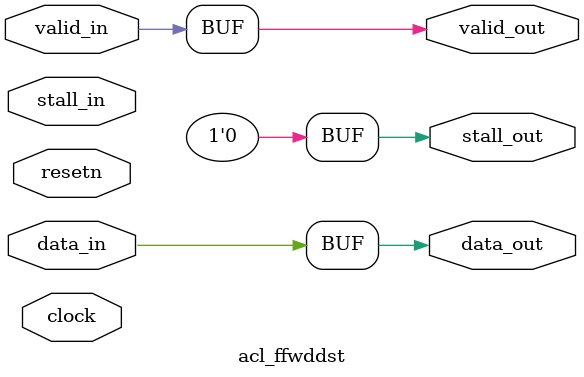
<source format=sv>


`default_nettype none

module acl_ffwddst #(
    parameter WIDTH             = 1,            // width of the source_in/source_out busses, minimum 1
    parameter STALL_FREE        = 1,            // When set to 1, stall_in is ignored and this block is implemented as wires from input to output
    parameter MAX_LATENCY       = 0,            // maximum latency allowed through this block, >=0, values >1 have no impact at the moment on actual latency
    parameter MIN_CAPACITY      = 0,            // Must be 0 when STALL_FREE=1, must be 1 when STALL_FREE=0
    parameter DATA_IN_EARLINESS = 0,            // 0 or 1.  When set to 1, indicates that the data_in port is guaranteed to have correct data 1 clock cycle before valid_in arrives (note data_in must hold that data until the valid has been accepted)
    parameter ASYNC_RESET       = 1,            // 1:resetn is used as an asynchonous reset, , 0:resetn is used as a synchronous reset
    parameter SYNCHRONIZE_RESET = 0             // 1 - add a local synchronizer to the incoming reset signal
) (
    input  wire                 clock  ,        // all inputs and outputs are synchronous with this clock
    input  wire                 resetn  ,       // all inputs and outputs are synchronous with this clock
    input  wire  [WIDTH-1:0]    data_in ,        // input data from the acl_ffwdsrc
    input  wire                 valid_in,        // valid signal from an upstream block (NOT the acl_ffwdsrc, which does not have a stall/valid interface)
    output logic                stall_out,        // upstream stall signal, a copy of the stall_in input
    output logic [WIDTH-1:0]    data_out ,        // data out of this block, qualified by valid_out/stall_in
    output logic                valid_out,        // output valid, comes from the valid_in signal and honours the stall/valid protocol by observing stall_in
    input  wire                 stall_in         // input stall from downstream, data_out will be held static if valid_out and stall_in are asserted (ignored if STALL_FREE=1)
);

    ///////////////////////////////////////
    // Parameter checking
    //
    // Generate an error if any illegal parameter settings or combinations are used
    ///////////////////////////////////////
    initial /* synthesis enable_verilog_initial_construct */
    begin
        if (WIDTH<=0) 
            $fatal(1, "Illegal parameterization: expecting WIDTH > 0");
        if (STALL_FREE != 0 && STALL_FREE != 1) 
            $fatal(1, "Illegal parameterization: expecting STALL_FREE = 0 or 1");
        if (MAX_LATENCY < 0) 
            $fatal(1, "Illegal parameterization: expecting MAX_LATENCY >= 0");
        if (MIN_CAPACITY != 0 && MIN_CAPACITY != 1) 
            $fatal(1, "Illegal parameterization: expecting MIN_CAPACITY = 0 or 1");
        if (DATA_IN_EARLINESS != 0 && DATA_IN_EARLINESS != 1) 
            $fatal(1, "Illegal parameterization: expecting DATA_IN_EARLINESS = 0 or 1");
        if (STALL_FREE == 0) begin
            if (MIN_CAPACITY != 1)
                $fatal(1, "Illegal parameterization: MIN_CAPACITY must be 1 when STALL_FREE = 0");
        end else begin
            if (MIN_CAPACITY != 0)
                $fatal(1, "Illegal parameterization: MIN_CAPACITY must be 0 when STALL_FREE = 1");
        end
    end

    ///////////////////////////////////////
    // Reset signal replication and pipelining
    //
    // In order to ensure that the reset signal is not a limiting factor when
    // doing retiming, we create multiple copies of the reset signal and
    // pipeline each adequately.
    ///////////////////////////////////////
    localparam                    NUM_RESET_COPIES = 1;
    localparam                    RESET_PIPE_DEPTH = 1;
    logic                         aclrn;
    logic [NUM_RESET_COPIES-1:0]  sclrn;
    logic                         resetn_synchronized;
    acl_reset_handler #(
        .ASYNC_RESET            (ASYNC_RESET),
        .USE_SYNCHRONIZER       (SYNCHRONIZE_RESET),
        .SYNCHRONIZE_ACLRN      (SYNCHRONIZE_RESET),
        .PIPE_DEPTH             (RESET_PIPE_DEPTH),
        .NUM_COPIES             (NUM_RESET_COPIES)
    ) acl_reset_handler_inst (
        .clk                    (clock),
        .i_resetn               (resetn),
        .o_aclrn                (aclrn),
        .o_sclrn                (sclrn),
        .o_resetn_synchronized  (resetn_synchronized)
    );


    generate
        if ( STALL_FREE ) begin             : gen_stall_free

            assign stall_out = '0;
            assign data_out = data_in;
            assign valid_out = valid_in;

        end else begin                      : gen_stallable

            logic [WIDTH-1:0]   data_reg;       // register the input data
            logic               valid_reg;      // asserted when data_reg contains valid data

            // capture new data if we are not stalling
            always_ff @(posedge clock) begin
                if (~stall_out) begin
                    data_reg <= data_in;
                end
            end

            // track whether we have a valid word stored in this block
            always_ff @(posedge clock or negedge aclrn) begin
                if (~aclrn) begin
                    valid_reg <= '0;
                end else begin

                    if (MAX_LATENCY == 0) begin                     // when MAX_LATENCY=0, valid can flow from input straight to output without ever being stored in this block
                        if ( valid_in & ~stall_out & stall_in ) begin   // new valid accepted at input, being stalled at output, so we store the valid internaly
                            valid_reg <= '1;
                        end else if ( ~stall_in ) begin                 // no new valid coming in, current valid (if any) accepted at output, so clear internal valid
                            valid_reg <= '0;
                        end
                    end else begin                                  // when MAX_LATENCY=1, valid must be stored in this block before it can be output, no direct path from valid_in to valid_out on the same clock cycle
                        if ( valid_in & ~stall_out ) begin              // new valid accepted at input, MAX_LATENCY = 1 so all valids must go through this register, no direct path to output
                            valid_reg <= '1;
                        end else if ( ~stall_in ) begin                 // no new valid coming in, current valid (if any) is being accepted at output (no stall coming in), so clear internal valid
                            valid_reg <= '0;
                        end
                    end

                    if (~sclrn) begin
                        valid_reg <= '0;
                    end

                end
            end

            assign stall_out = valid_reg & stall_in;
            assign data_out = ( (MAX_LATENCY == 0) && (DATA_IN_EARLINESS == 0) ) ?      // when data in is avaliable early or we are allowed latency, we can always pass data_in through the register
                                ( valid_reg ? data_reg : data_in ) :    // input data must be able to pass straight to output when no valid data is stored in the local register
                                data_reg;                               // input data always flows through the local register
            assign valid_out = MAX_LATENCY == 0 ?
                                ( valid_reg | valid_in ) :              // if MAX_LATENCY=0, input valid can pass straight to output
                                valid_reg;                              // if MAX_LATENCY=1, input valid always flows through the local register

        end
    endgenerate

endmodule

`default_nettype wire

</source>
